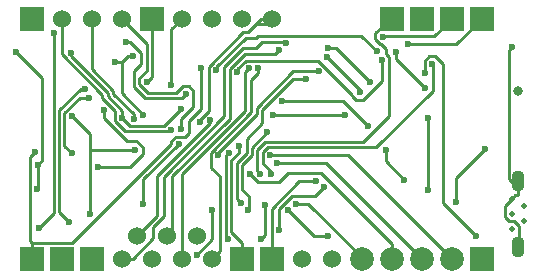
<source format=gbr>
G04 #@! TF.FileFunction,Copper,L2,Bot,Signal*
%FSLAX46Y46*%
G04 Gerber Fmt 4.6, Leading zero omitted, Abs format (unit mm)*
G04 Created by KiCad (PCBNEW 4.0.6) date 07/19/17 22:58:59*
%MOMM*%
%LPD*%
G01*
G04 APERTURE LIST*
%ADD10C,0.100000*%
%ADD11R,2.000000X2.000000*%
%ADD12R,1.998980X1.998980*%
%ADD13R,2.000000X1.998980*%
%ADD14C,1.998980*%
%ADD15C,1.524000*%
%ADD16C,0.800000*%
%ADD17O,1.100000X1.800000*%
%ADD18C,0.500000*%
%ADD19C,0.600000*%
%ADD20C,0.250000*%
G04 APERTURE END LIST*
D10*
D11*
X158750000Y-93980000D03*
X191770000Y-93980000D03*
X163830000Y-73660000D03*
D12*
X156210000Y-93980000D03*
D13*
X153670000Y-93980000D03*
D11*
X189230000Y-73660000D03*
X191770000Y-73660000D03*
X184150000Y-73660000D03*
X186690000Y-73660000D03*
D14*
X189230000Y-93980000D03*
X186690000Y-93980000D03*
X184150000Y-93980000D03*
X181610000Y-93980000D03*
D15*
X176530000Y-93980000D03*
D11*
X173990000Y-93980000D03*
X171450000Y-93980000D03*
D15*
X162560000Y-92075000D03*
X161290000Y-93980000D03*
X165100000Y-92075000D03*
X166370000Y-93980000D03*
X167640000Y-92075000D03*
X168910000Y-93980000D03*
X163830000Y-93980000D03*
X173990000Y-73660000D03*
X168910000Y-73660000D03*
X179070000Y-93980000D03*
X161290000Y-73660000D03*
X166370000Y-73660000D03*
X171450000Y-73660000D03*
X156210000Y-73660000D03*
X158750000Y-73660000D03*
D16*
X194818000Y-79756000D03*
D11*
X153670000Y-73660000D03*
D17*
X194818000Y-92964000D03*
X194818000Y-87376000D03*
D18*
X195326000Y-90805000D03*
X195326000Y-89535000D03*
X194310000Y-88900000D03*
X194310000Y-90170000D03*
X194310000Y-91440000D03*
D19*
X182119700Y-82769600D03*
X174842000Y-80656700D03*
X194310000Y-76095900D03*
X154135900Y-88064500D03*
X154194700Y-86020300D03*
X152382700Y-76520000D03*
X181459800Y-79870800D03*
X178700800Y-76929700D03*
X180246300Y-81792600D03*
X174126400Y-81804100D03*
X185183200Y-87294800D03*
X183642300Y-84768900D03*
X157114300Y-85075200D03*
X158567100Y-80400800D03*
X159313200Y-86255900D03*
X159774100Y-81409500D03*
X173389100Y-89450600D03*
X173071400Y-92333700D03*
X170268400Y-92333700D03*
X170362700Y-85000300D03*
X166129300Y-84280000D03*
X163139500Y-89394700D03*
X156866100Y-90868400D03*
X158225500Y-79601700D03*
X161681000Y-75627300D03*
X166751400Y-80031400D03*
X157120000Y-81919100D03*
X177962800Y-78122200D03*
X169478200Y-85247800D03*
X162458900Y-84800000D03*
X158618300Y-90236300D03*
X166329800Y-81282100D03*
X157021000Y-76533700D03*
X161361900Y-82110500D03*
X160737800Y-77371800D03*
X162280400Y-76850000D03*
X163141500Y-81800000D03*
X176887300Y-78800000D03*
X171378400Y-89275600D03*
X186940200Y-78294200D03*
X191292200Y-92048200D03*
X178807000Y-92048200D03*
X175413800Y-89875000D03*
X175191200Y-75742900D03*
X167640000Y-93662600D03*
X168943100Y-89874800D03*
X171994000Y-89899200D03*
X173619300Y-83300000D03*
X178434500Y-87893800D03*
X174620000Y-91556600D03*
X172857500Y-77869300D03*
X153920700Y-84993400D03*
X168023700Y-77874700D03*
X167954500Y-82383000D03*
X165489700Y-79300000D03*
X172057100Y-77871300D03*
X174585400Y-76325000D03*
X162300000Y-82140600D03*
X165480300Y-83125000D03*
X166303200Y-83029300D03*
X183422400Y-75193500D03*
X169322100Y-78039500D03*
X182924400Y-76444200D03*
X185538900Y-75793800D03*
X173045400Y-86790400D03*
X173969300Y-86846600D03*
X187575800Y-77470300D03*
X173875900Y-85224600D03*
X174409400Y-85862300D03*
X172132900Y-86786900D03*
X176020500Y-89346300D03*
X168816200Y-82230100D03*
X177781200Y-87409000D03*
X171247900Y-84447600D03*
X178744600Y-76129300D03*
X182353600Y-79008500D03*
X187225600Y-82055400D03*
X187210000Y-88199900D03*
X171092700Y-78198800D03*
X183304600Y-77196000D03*
X184507600Y-76514100D03*
X186961900Y-79530600D03*
X163464800Y-78989900D03*
X155570100Y-74837900D03*
X154313000Y-91350400D03*
X192017800Y-84729200D03*
X189579400Y-89154000D03*
D20*
X180006800Y-80656700D02*
X174842000Y-80656700D01*
X182119700Y-82769600D02*
X180006800Y-80656700D01*
X194608700Y-88601300D02*
X194310000Y-88900000D01*
X194818000Y-88601300D02*
X194608700Y-88601300D01*
X194937500Y-92844500D02*
X194818000Y-92964000D01*
X194937500Y-91230100D02*
X194937500Y-92844500D01*
X194512400Y-90805000D02*
X194937500Y-91230100D01*
X194085900Y-90805000D02*
X194512400Y-90805000D01*
X193713700Y-90432800D02*
X194085900Y-90805000D01*
X193713700Y-89496300D02*
X193713700Y-90432800D01*
X194310000Y-88900000D02*
X193713700Y-89496300D01*
X194818000Y-87376000D02*
X194818000Y-87988600D01*
X194818000Y-87988600D02*
X194818000Y-88601300D01*
X194063300Y-76342600D02*
X194310000Y-76095900D01*
X194063300Y-87233900D02*
X194063300Y-76342600D01*
X194818000Y-87988600D02*
X194063300Y-87233900D01*
X154194700Y-88005700D02*
X154135900Y-88064500D01*
X154194700Y-86020300D02*
X154194700Y-88005700D01*
X154569700Y-85645300D02*
X154194700Y-86020300D01*
X154569700Y-78707000D02*
X154569700Y-85645300D01*
X152382700Y-76520000D02*
X154569700Y-78707000D01*
X181459800Y-79688700D02*
X178700800Y-76929700D01*
X181459800Y-79870800D02*
X181459800Y-79688700D01*
X183642300Y-85753900D02*
X183642300Y-84768900D01*
X185183200Y-87294800D02*
X183642300Y-85753900D01*
X174137900Y-81792600D02*
X174126400Y-81804100D01*
X180246300Y-81792600D02*
X174137900Y-81792600D01*
X157744700Y-80400800D02*
X158567100Y-80400800D01*
X156452300Y-81693200D02*
X157744700Y-80400800D01*
X156452300Y-84413200D02*
X156452300Y-81693200D01*
X157114300Y-85075200D02*
X156452300Y-84413200D01*
X159774100Y-82043900D02*
X159774100Y-81409500D01*
X161727200Y-83997000D02*
X159774100Y-82043900D01*
X162540500Y-83997000D02*
X161727200Y-83997000D01*
X163115100Y-84571600D02*
X162540500Y-83997000D01*
X163115100Y-85122000D02*
X163115100Y-84571600D01*
X161981200Y-86255900D02*
X163115100Y-85122000D01*
X159313200Y-86255900D02*
X161981200Y-86255900D01*
X173389100Y-92016000D02*
X173389100Y-89450600D01*
X173071400Y-92333700D02*
X173389100Y-92016000D01*
X170115100Y-85247900D02*
X170362700Y-85000300D01*
X170115100Y-92180400D02*
X170115100Y-85247900D01*
X170268400Y-92333700D02*
X170115100Y-92180400D01*
X157827400Y-79601700D02*
X158225500Y-79601700D01*
X156002000Y-81427100D02*
X157827400Y-79601700D01*
X156002000Y-90004300D02*
X156002000Y-81427100D01*
X156866100Y-90868400D02*
X156002000Y-90004300D01*
X163139500Y-87269800D02*
X163139500Y-89394700D01*
X166129300Y-84280000D02*
X163139500Y-87269800D01*
X161991200Y-75627300D02*
X161681000Y-75627300D01*
X162948400Y-76584500D02*
X161991200Y-75627300D01*
X162948400Y-77512700D02*
X162948400Y-76584500D01*
X162335500Y-78125600D02*
X162948400Y-77512700D01*
X162335500Y-79473400D02*
X162335500Y-78125600D01*
X163271200Y-80409100D02*
X162335500Y-79473400D01*
X166373700Y-80409100D02*
X163271200Y-80409100D01*
X166751400Y-80031400D02*
X166373700Y-80409100D01*
X175834500Y-78122200D02*
X177962800Y-78122200D01*
X172725700Y-81231000D02*
X175834500Y-78122200D01*
X172725700Y-81752800D02*
X172725700Y-81231000D01*
X169478200Y-85000300D02*
X172725700Y-81752800D01*
X169478200Y-85247800D02*
X169478200Y-85000300D01*
X158618300Y-84800000D02*
X158618300Y-90236300D01*
X158618300Y-83417400D02*
X158618300Y-84800000D01*
X157120000Y-81919100D02*
X158618300Y-83417400D01*
X158618300Y-84800000D02*
X162458900Y-84800000D01*
X162017300Y-82765900D02*
X161361900Y-82110500D01*
X164846000Y-82765900D02*
X162017300Y-82765900D01*
X166329800Y-81282100D02*
X164846000Y-82765900D01*
X157021000Y-76852900D02*
X157021000Y-76533700D01*
X160123200Y-79955100D02*
X157021000Y-76852900D01*
X160123200Y-80211200D02*
X160123200Y-79955100D01*
X161361900Y-81449900D02*
X160123200Y-80211200D01*
X161361900Y-82110500D02*
X161361900Y-81449900D01*
X160737800Y-77371800D02*
X161285800Y-77371800D01*
X161807600Y-76850000D02*
X162280400Y-76850000D01*
X161285800Y-77371800D02*
X161807600Y-76850000D01*
X186940200Y-77221600D02*
X186940200Y-78294200D01*
X187339100Y-76822700D02*
X186940200Y-77221600D01*
X187856800Y-76822700D02*
X187339100Y-76822700D01*
X188506800Y-77472700D02*
X187856800Y-76822700D01*
X188506800Y-89262800D02*
X188506800Y-77472700D01*
X191292200Y-92048200D02*
X188506800Y-89262800D01*
X161285800Y-79944300D02*
X163141500Y-81800000D01*
X161285800Y-77371800D02*
X161285800Y-79944300D01*
X177587000Y-92048200D02*
X178807000Y-92048200D01*
X175413800Y-89875000D02*
X177587000Y-92048200D01*
X175802100Y-78800000D02*
X176887300Y-78800000D01*
X173176000Y-81426100D02*
X175802100Y-78800000D01*
X173176000Y-82513700D02*
X173176000Y-81426100D01*
X171873200Y-83816500D02*
X173176000Y-82513700D01*
X171873200Y-85011100D02*
X171873200Y-83816500D01*
X171025700Y-85858600D02*
X171873200Y-85011100D01*
X171025700Y-88922900D02*
X171025700Y-85858600D01*
X171378400Y-89275600D02*
X171025700Y-88922900D01*
X162242500Y-93980000D02*
X161290000Y-93980000D01*
X163989400Y-92233100D02*
X162242500Y-93980000D01*
X163989400Y-91282500D02*
X163989400Y-92233100D01*
X164874900Y-90397000D02*
X163989400Y-91282500D01*
X164874900Y-87055900D02*
X164874900Y-90397000D01*
X169993000Y-81937800D02*
X164874900Y-87055900D01*
X169993000Y-77777000D02*
X169993000Y-81937800D01*
X171582700Y-76187300D02*
X169993000Y-77777000D01*
X172642100Y-76187300D02*
X171582700Y-76187300D01*
X173153300Y-75676100D02*
X172642100Y-76187300D01*
X175124400Y-75676100D02*
X173153300Y-75676100D01*
X175191200Y-75742900D02*
X175124400Y-75676100D01*
X172323500Y-84595800D02*
X173619300Y-83300000D01*
X172323500Y-85197700D02*
X172323500Y-84595800D01*
X171504800Y-86016400D02*
X172323500Y-85197700D01*
X171504800Y-88136400D02*
X171504800Y-86016400D01*
X172040700Y-88672300D02*
X171504800Y-88136400D01*
X172040700Y-89852500D02*
X172040700Y-88672300D01*
X171994000Y-89899200D02*
X172040700Y-89852500D01*
X168943100Y-92359500D02*
X167640000Y-93662600D01*
X168943100Y-89874800D02*
X168943100Y-92359500D01*
X174620000Y-89761400D02*
X174620000Y-91556600D01*
X175716500Y-88664900D02*
X174620000Y-89761400D01*
X177663400Y-88664900D02*
X175716500Y-88664900D01*
X178434500Y-87893800D02*
X177663400Y-88664900D01*
X172857500Y-78307900D02*
X172857500Y-77869300D01*
X172275400Y-78890000D02*
X172857500Y-78307900D01*
X172275400Y-81566100D02*
X172275400Y-78890000D01*
X168835100Y-85006400D02*
X172275400Y-81566100D01*
X168835100Y-86270000D02*
X168835100Y-85006400D01*
X169593200Y-87028100D02*
X168835100Y-86270000D01*
X169593200Y-93296800D02*
X169593200Y-87028100D01*
X168910000Y-93980000D02*
X169593200Y-93296800D01*
X153670000Y-93980000D02*
X153670000Y-92655200D01*
X153493900Y-92479100D02*
X153670000Y-92655200D01*
X153493900Y-85420200D02*
X153493900Y-92479100D01*
X153920700Y-84993400D02*
X153493900Y-85420200D01*
X168023700Y-81321700D02*
X168023700Y-77874700D01*
X166973200Y-82372200D02*
X168023700Y-81321700D01*
X166973200Y-83330000D02*
X166973200Y-82372200D01*
X166648500Y-83654700D02*
X166973200Y-83330000D01*
X165870300Y-83654700D02*
X166648500Y-83654700D01*
X165504000Y-84021000D02*
X165870300Y-83654700D01*
X165504000Y-84253600D02*
X165504000Y-84021000D01*
X157102400Y-92655200D02*
X165504000Y-84253600D01*
X153670000Y-92655200D02*
X157102400Y-92655200D01*
X172673100Y-74121100D02*
X173528900Y-74121100D01*
X173528900Y-74121100D02*
X173990000Y-73660000D01*
X167954500Y-82207500D02*
X167954500Y-82383000D01*
X168649000Y-81513000D02*
X167954500Y-82207500D01*
X168649100Y-81513000D02*
X168649000Y-81513000D01*
X168649100Y-77749700D02*
X168649100Y-81513000D01*
X171562400Y-74836400D02*
X168649100Y-77749700D01*
X171957800Y-74836400D02*
X171562400Y-74836400D01*
X173134200Y-73660000D02*
X172673100Y-74121100D01*
X172673100Y-74121100D02*
X171957800Y-74836400D01*
X173990000Y-73660000D02*
X173134200Y-73660000D01*
X165489700Y-74540300D02*
X165489700Y-79300000D01*
X166370000Y-73660000D02*
X165489700Y-74540300D01*
X171718000Y-78210400D02*
X172057100Y-77871300D01*
X171718000Y-81486600D02*
X171718000Y-78210400D01*
X166370000Y-86834600D02*
X171718000Y-81486600D01*
X166370000Y-93980000D02*
X166370000Y-86834600D01*
X174272800Y-76637600D02*
X174585400Y-76325000D01*
X171769300Y-76637600D02*
X174272800Y-76637600D01*
X170443300Y-77963600D02*
X171769300Y-76637600D01*
X170443300Y-82124400D02*
X170443300Y-77963600D01*
X165550300Y-87017400D02*
X170443300Y-82124400D01*
X165550300Y-91624700D02*
X165550300Y-87017400D01*
X165100000Y-92075000D02*
X165550300Y-91624700D01*
X158750000Y-77945000D02*
X158750000Y-73660000D01*
X160573500Y-79768500D02*
X158750000Y-77945000D01*
X160573500Y-80024600D02*
X160573500Y-79768500D01*
X162300000Y-81751100D02*
X160573500Y-80024600D01*
X162300000Y-82140600D02*
X162300000Y-81751100D01*
X156210000Y-76678800D02*
X156210000Y-73660000D01*
X159672900Y-80141700D02*
X156210000Y-76678800D01*
X159672900Y-80397800D02*
X159672900Y-80141700D01*
X160736600Y-81461500D02*
X159672900Y-80397800D01*
X160736600Y-82369500D02*
X160736600Y-81461500D01*
X161583300Y-83216200D02*
X160736600Y-82369500D01*
X165389100Y-83216200D02*
X161583300Y-83216200D01*
X165480300Y-83125000D02*
X165389100Y-83216200D01*
X163436000Y-75806000D02*
X161290000Y-73660000D01*
X163436000Y-78078600D02*
X163436000Y-75806000D01*
X162785800Y-78728800D02*
X163436000Y-78078600D01*
X162785800Y-79204600D02*
X162785800Y-78728800D01*
X163529400Y-79948200D02*
X162785800Y-79204600D01*
X165911800Y-79948200D02*
X163529400Y-79948200D01*
X166491100Y-79368900D02*
X165911800Y-79948200D01*
X166989300Y-79368900D02*
X166491100Y-79368900D01*
X167376800Y-79756400D02*
X166989300Y-79368900D01*
X167376800Y-81119500D02*
X167376800Y-79756400D01*
X166303300Y-82193000D02*
X167376800Y-81119500D01*
X166303200Y-82193000D02*
X166303300Y-82193000D01*
X166303200Y-83029300D02*
X166303200Y-82193000D01*
X183458500Y-75157400D02*
X183422400Y-75193500D01*
X187732600Y-75157400D02*
X183458500Y-75157400D01*
X189230000Y-73660000D02*
X187732600Y-75157400D01*
X189636200Y-75793800D02*
X185538900Y-75793800D01*
X191770000Y-73660000D02*
X189636200Y-75793800D01*
X181591900Y-75111700D02*
X182924400Y-76444200D01*
X172832800Y-75111700D02*
X181591900Y-75111700D01*
X172657800Y-75286700D02*
X172832800Y-75111700D01*
X171830500Y-75286700D02*
X172657800Y-75286700D01*
X169322100Y-77795100D02*
X171830500Y-75286700D01*
X169322100Y-78039500D02*
X169322100Y-77795100D01*
X172773800Y-86518800D02*
X173045400Y-86790400D01*
X172773800Y-84798800D02*
X172773800Y-86518800D01*
X173459600Y-84113000D02*
X172773800Y-84798800D01*
X181692400Y-84113000D02*
X173459600Y-84113000D01*
X183935000Y-81870400D02*
X181692400Y-84113000D01*
X183935000Y-76941900D02*
X183935000Y-81870400D01*
X183671200Y-76678100D02*
X183935000Y-76941900D01*
X183671200Y-76248200D02*
X183671200Y-76678100D01*
X183241800Y-75818800D02*
X183671200Y-76248200D01*
X183163400Y-75818800D02*
X183241800Y-75818800D01*
X182754400Y-75409800D02*
X183163400Y-75818800D01*
X182754400Y-74916000D02*
X182754400Y-75409800D01*
X184010400Y-73660000D02*
X182754400Y-74916000D01*
X184150000Y-73660000D02*
X184010400Y-73660000D01*
X187655100Y-77549600D02*
X187575800Y-77470300D01*
X187655100Y-79750800D02*
X187655100Y-77549600D01*
X182842500Y-84563400D02*
X187655100Y-79750800D01*
X173646100Y-84563400D02*
X182842500Y-84563400D01*
X173224100Y-84985400D02*
X173646100Y-84563400D01*
X173224100Y-85911900D02*
X173224100Y-84985400D01*
X173969300Y-86657100D02*
X173224100Y-85911900D01*
X173969300Y-86846600D02*
X173969300Y-86657100D01*
X180474600Y-85224600D02*
X189230000Y-93980000D01*
X173875900Y-85224600D02*
X180474600Y-85224600D01*
X178572300Y-85862300D02*
X174409400Y-85862300D01*
X186690000Y-93980000D02*
X178572300Y-85862300D01*
X172817900Y-87471900D02*
X172132900Y-86786900D01*
X174610400Y-87471900D02*
X172817900Y-87471900D01*
X175344300Y-86738000D02*
X174610400Y-87471900D01*
X178180600Y-86738000D02*
X175344300Y-86738000D01*
X184150000Y-92707400D02*
X178180600Y-86738000D01*
X184150000Y-93980000D02*
X184150000Y-92707400D01*
X177112100Y-89346300D02*
X176020500Y-89346300D01*
X181610000Y-93844200D02*
X177112100Y-89346300D01*
X181610000Y-93980000D02*
X181610000Y-93844200D01*
X164291200Y-90343800D02*
X162560000Y-92075000D01*
X164291200Y-87002700D02*
X164291200Y-90343800D01*
X168816200Y-82477700D02*
X164291200Y-87002700D01*
X168816200Y-82230100D02*
X168816200Y-82477700D01*
X173990000Y-93980000D02*
X173990000Y-92654700D01*
X177781200Y-87409100D02*
X177781200Y-87409000D01*
X176328900Y-87409100D02*
X177781200Y-87409100D01*
X173990000Y-89748000D02*
X176328900Y-87409100D01*
X173990000Y-92654700D02*
X173990000Y-89748000D01*
X171450000Y-93980000D02*
X171450000Y-92654700D01*
X171247900Y-84999500D02*
X171247900Y-84447600D01*
X170575400Y-85672000D02*
X171247900Y-84999500D01*
X170575400Y-91756300D02*
X170575400Y-85672000D01*
X171450000Y-92630900D02*
X170575400Y-91756300D01*
X171450000Y-92654700D02*
X171450000Y-92630900D01*
X187225600Y-88184300D02*
X187225600Y-82055400D01*
X187210000Y-88199900D02*
X187225600Y-88184300D01*
X179474400Y-76129300D02*
X178744600Y-76129300D01*
X182353600Y-79008500D02*
X179474400Y-76129300D01*
X183304600Y-78955800D02*
X183304600Y-77196000D01*
X181700900Y-80559500D02*
X183304600Y-78955800D01*
X181158800Y-80559500D02*
X181700900Y-80559500D01*
X180831800Y-80232500D02*
X181158800Y-80559500D01*
X180831800Y-80101300D02*
X180831800Y-80232500D01*
X177955400Y-77224900D02*
X180831800Y-80101300D01*
X171818900Y-77224900D02*
X177955400Y-77224900D01*
X171092700Y-77951100D02*
X171818900Y-77224900D01*
X171092700Y-78198800D02*
X171092700Y-77951100D01*
X184507600Y-77076300D02*
X184507600Y-76514100D01*
X186961900Y-79530600D02*
X184507600Y-77076300D01*
X163886300Y-73716300D02*
X163830000Y-73660000D01*
X163886300Y-78568400D02*
X163886300Y-73716300D01*
X163464800Y-78989900D02*
X163886300Y-78568400D01*
X155551700Y-90111700D02*
X154313000Y-91350400D01*
X155551700Y-74856300D02*
X155551700Y-90111700D01*
X155570100Y-74837900D02*
X155551700Y-74856300D01*
X189579400Y-87167600D02*
X192017800Y-84729200D01*
X189579400Y-89154000D02*
X189579400Y-87167600D01*
M02*

</source>
